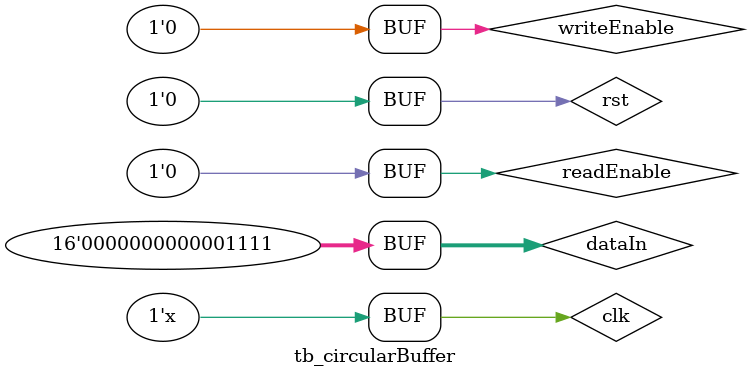
<source format=sv>
`timescale 1ns / 1ps


module tb_circularBuffer(

    );
    reg clk;
    reg rst;
    reg writeEnable;
    reg readEnable;
    reg [15:0] dataIn;
    
    wire [15:0] dataOut;
    
    circularBuffer uut(
        .clk(clk), 
        .rst(rst),
        .writeEnable(writeEnable),
        .readEnable(readEnable),
        .dataIn(dataIn),
        .dataOut(dataOut)
        );
    always // clk generator
        #5 clk = ~clk;
    
    initial begin 
        clk = 1;
        rst = 1;
        writeEnable = 0;
        readEnable = 0;
        dataIn = 0;
        #10;
        rst = 0;
        #20;
        // loading memory
        for (int i = 0; i < 16; i++) begin
            dataIn = i;
            writeEnable = 1;
            #10;
            writeEnable = 0;
            #10;
        end
        writeEnable = 0;
        // reading memory
        for (int i = 0; i < 16; i++) begin
            readEnable = 1;
            #10;
            readEnable = 0;
            #20;
        end
        readEnable = 0;
        #10;
    end
    
endmodule

</source>
